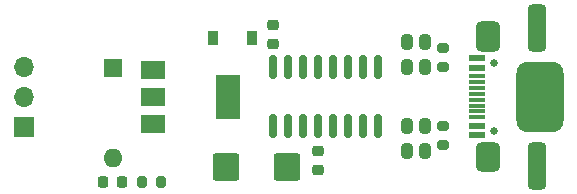
<source format=gbr>
%TF.GenerationSoftware,KiCad,Pcbnew,6.0.11+dfsg-1~bpo11+1*%
%TF.CreationDate,2024-03-27T15:19:12-04:00*%
%TF.ProjectId,Tool - ATTiny Module Flasher,546f6f6c-202d-4204-9154-54696e79204d,1.0.0*%
%TF.SameCoordinates,Original*%
%TF.FileFunction,Soldermask,Top*%
%TF.FilePolarity,Negative*%
%FSLAX46Y46*%
G04 Gerber Fmt 4.6, Leading zero omitted, Abs format (unit mm)*
G04 Created by KiCad (PCBNEW 6.0.11+dfsg-1~bpo11+1) date 2024-03-27 15:19:12*
%MOMM*%
%LPD*%
G01*
G04 APERTURE LIST*
G04 Aperture macros list*
%AMRoundRect*
0 Rectangle with rounded corners*
0 $1 Rounding radius*
0 $2 $3 $4 $5 $6 $7 $8 $9 X,Y pos of 4 corners*
0 Add a 4 corners polygon primitive as box body*
4,1,4,$2,$3,$4,$5,$6,$7,$8,$9,$2,$3,0*
0 Add four circle primitives for the rounded corners*
1,1,$1+$1,$2,$3*
1,1,$1+$1,$4,$5*
1,1,$1+$1,$6,$7*
1,1,$1+$1,$8,$9*
0 Add four rect primitives between the rounded corners*
20,1,$1+$1,$2,$3,$4,$5,0*
20,1,$1+$1,$4,$5,$6,$7,0*
20,1,$1+$1,$6,$7,$8,$9,0*
20,1,$1+$1,$8,$9,$2,$3,0*%
G04 Aperture macros list end*
%ADD10RoundRect,0.200000X0.275000X-0.200000X0.275000X0.200000X-0.275000X0.200000X-0.275000X-0.200000X0*%
%ADD11RoundRect,0.200000X-0.275000X0.200000X-0.275000X-0.200000X0.275000X-0.200000X0.275000X0.200000X0*%
%ADD12RoundRect,0.218750X0.218750X0.256250X-0.218750X0.256250X-0.218750X-0.256250X0.218750X-0.256250X0*%
%ADD13RoundRect,0.225000X-0.250000X0.225000X-0.250000X-0.225000X0.250000X-0.225000X0.250000X0.225000X0*%
%ADD14R,0.900000X1.200000*%
%ADD15C,0.650000*%
%ADD16R,1.450000X0.600000*%
%ADD17R,1.450000X0.300000*%
%ADD18O,2.100000X1.000000*%
%ADD19RoundRect,0.525000X0.525000X-0.725000X0.525000X0.725000X-0.525000X0.725000X-0.525000X-0.725000X0*%
%ADD20O,1.600000X1.000000*%
%ADD21RoundRect,0.400000X0.400000X-1.600000X0.400000X1.600000X-0.400000X1.600000X-0.400000X-1.600000X0*%
%ADD22RoundRect,1.000000X-1.000000X2.000000X-1.000000X-2.000000X1.000000X-2.000000X1.000000X2.000000X0*%
%ADD23R,1.700000X1.700000*%
%ADD24O,1.700000X1.700000*%
%ADD25RoundRect,0.225000X0.250000X-0.225000X0.250000X0.225000X-0.250000X0.225000X-0.250000X-0.225000X0*%
%ADD26RoundRect,0.237500X-0.237500X0.400000X-0.237500X-0.400000X0.237500X-0.400000X0.237500X0.400000X0*%
%ADD27RoundRect,0.237500X0.237500X-0.400000X0.237500X0.400000X-0.237500X0.400000X-0.237500X-0.400000X0*%
%ADD28RoundRect,0.250000X-0.875000X-0.925000X0.875000X-0.925000X0.875000X0.925000X-0.875000X0.925000X0*%
%ADD29RoundRect,0.150000X0.150000X-0.825000X0.150000X0.825000X-0.150000X0.825000X-0.150000X-0.825000X0*%
%ADD30RoundRect,0.200000X-0.200000X-0.275000X0.200000X-0.275000X0.200000X0.275000X-0.200000X0.275000X0*%
%ADD31R,1.600000X1.600000*%
%ADD32O,1.600000X1.600000*%
%ADD33R,2.000000X1.500000*%
%ADD34R,2.000000X3.800000*%
G04 APERTURE END LIST*
D10*
%TO.C,R103*%
X139446000Y-97523000D03*
X139446000Y-95873000D03*
%TD*%
D11*
%TO.C,R102*%
X139446000Y-102477000D03*
X139446000Y-104127000D03*
%TD*%
D12*
%TO.C,D202*%
X112293500Y-107188000D03*
X110718500Y-107188000D03*
%TD*%
D13*
%TO.C,C302*%
X128905000Y-104635000D03*
X128905000Y-106185000D03*
%TD*%
D14*
%TO.C,D902*%
X123316000Y-94996000D03*
X120016000Y-94996000D03*
%TD*%
D15*
%TO.C,J102*%
X143800000Y-97110000D03*
X143800000Y-102890000D03*
D16*
X142355000Y-103250000D03*
X142355000Y-102450000D03*
D17*
X142355000Y-101250000D03*
X142355000Y-100250000D03*
X142355000Y-99750000D03*
X142355000Y-98750000D03*
D16*
X142355000Y-97550000D03*
X142355000Y-96750000D03*
X142355000Y-96750000D03*
X142355000Y-97550000D03*
D17*
X142355000Y-98250000D03*
X142355000Y-99250000D03*
X142355000Y-100750000D03*
X142355000Y-101750000D03*
D16*
X142355000Y-102450000D03*
X142355000Y-103250000D03*
D18*
X143270000Y-104320000D03*
D19*
X143281795Y-105096965D03*
D20*
X147450000Y-95680000D03*
D21*
X147450000Y-94153035D03*
D22*
X147670000Y-100000000D03*
D20*
X147450000Y-104320000D03*
D21*
X147450000Y-105846965D03*
D19*
X143281795Y-94903035D03*
D18*
X143270000Y-95680000D03*
%TD*%
D23*
%TO.C,J902*%
X103986000Y-102540000D03*
D24*
X103986000Y-100000000D03*
X103986000Y-97460000D03*
%TD*%
D25*
%TO.C,C303*%
X125095000Y-95517000D03*
X125095000Y-93967000D03*
%TD*%
D26*
%TO.C,D104*%
X137922000Y-102496000D03*
X137922000Y-104616000D03*
%TD*%
D27*
%TO.C,D105*%
X137922000Y-97504000D03*
X137922000Y-95384000D03*
%TD*%
D28*
%TO.C,C202*%
X121148000Y-105918000D03*
X126248000Y-105918000D03*
%TD*%
D27*
%TO.C,D103*%
X136398000Y-97504000D03*
X136398000Y-95384000D03*
%TD*%
D29*
%TO.C,U303*%
X125095000Y-102475000D03*
X126365000Y-102475000D03*
X127635000Y-102475000D03*
X128905000Y-102475000D03*
X130175000Y-102475000D03*
X131445000Y-102475000D03*
X132715000Y-102475000D03*
X133985000Y-102475000D03*
X133985000Y-97525000D03*
X132715000Y-97525000D03*
X131445000Y-97525000D03*
X130175000Y-97525000D03*
X128905000Y-97525000D03*
X127635000Y-97525000D03*
X126365000Y-97525000D03*
X125095000Y-97525000D03*
%TD*%
D26*
%TO.C,D102*%
X136398000Y-102496000D03*
X136398000Y-104616000D03*
%TD*%
D30*
%TO.C,R202*%
X113983000Y-107188000D03*
X115633000Y-107188000D03*
%TD*%
D31*
%TO.C,SW202*%
X111506000Y-97536000D03*
D32*
X111506000Y-105156000D03*
%TD*%
D33*
%TO.C,U202*%
X114960000Y-97700000D03*
D34*
X121260000Y-100000000D03*
D33*
X114960000Y-100000000D03*
X114960000Y-102300000D03*
%TD*%
M02*

</source>
